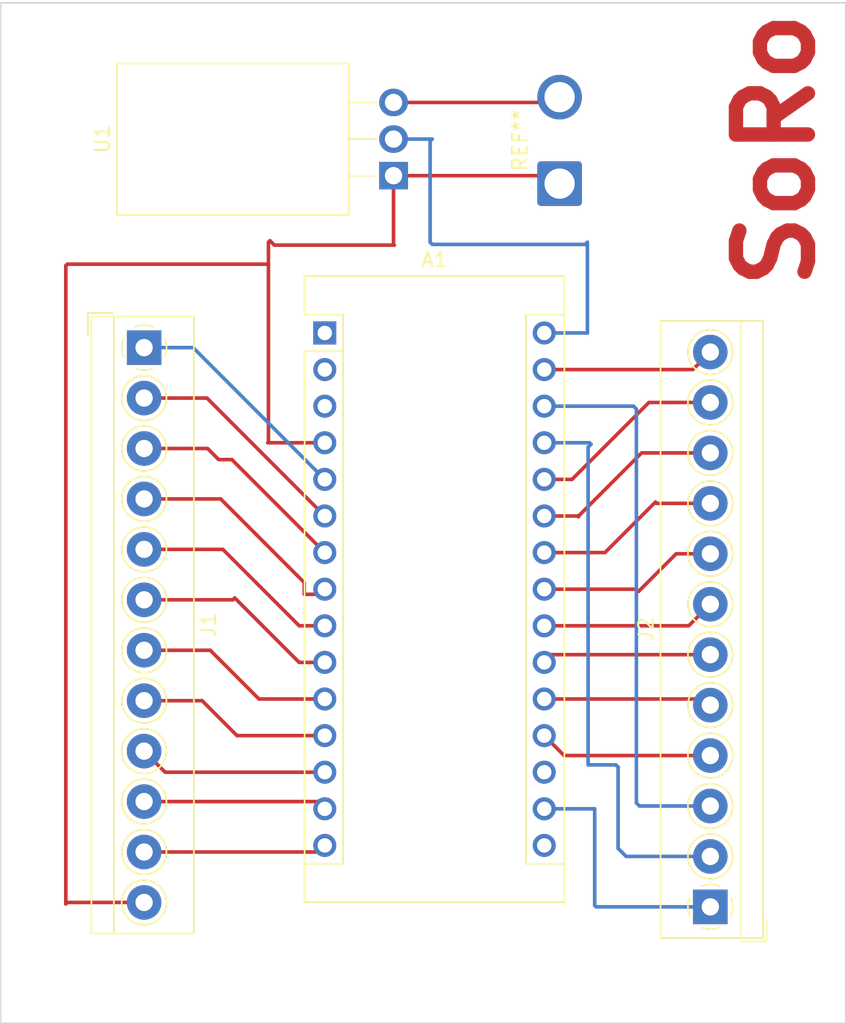
<source format=kicad_pcb>
(kicad_pcb (version 20211014) (generator pcbnew)
  (layers (0 "F.Cu" signal) (31 "B.Cu" signal) (34 "B.Paste" user) (35 "F.Paste" user) (36 "B.SilkS" user "B.Silkscreen") (37 "F.SilkS" user "F.Silkscreen") (38 "B.Mask" user) (39 "F.Mask" user) (44 "Edge.Cuts" user))
  (net 0 "")
  (net 4 "GND")
  (net 5 "Net-(A1-Pad5)")
  (net 6 "Net-(A1-Pad6)")
  (net 7 "Net-(A1-Pad7)")
  (net 8 "Net-(A1-Pad8)")
  (net 9 "Net-(A1-Pad9)")
  (net 10 "Net-(A1-Pad10)")
  (net 11 "Net-(A1-Pad11)")
  (net 12 "Net-(A1-Pad12)")
  (net 13 "Net-(A1-Pad13)")
  (net 14 "Net-(A1-Pad14)")
  (net 15 "Net-(A1-Pad15)")
  (net 17 "Net-(A1-Pad17)")
  (net 19 "Net-(A1-Pad19)")
  (net 20 "Net-(A1-Pad20)")
  (net 21 "Net-(A1-Pad21)")
  (net 22 "Net-(A1-Pad22)")
  (net 23 "Net-(A1-Pad23)")
  (net 24 "Net-(A1-Pad24)")
  (net 25 "Net-(A1-Pad25)")
  (net 26 "Net-(A1-Pad26)")
  (net 27 "Net-(A1-Pad27)")
  (net 28 "Net-(A1-Pad28)")
  (net 29 "Net-(A1-Pad29)")
  (net 30 "Net-(A1-Pad30)")
  (net 31 "+BATT")
  (footprint "Module:Arduino_Nano" (layer "F.Cu") (at 157.0736 75.0824)
    (fp_text reference "A1" (at 7.62 -5.08) (layer "F.SilkS"))
    (fp_text value "Arduino_Nano_v3.x" hide)
    (fp_line (start -1.4 -3.94) (end -1.4 -1.27) (layer "F.SilkS") (width 0.12))
    (fp_line (start -1.4 1.27) (end -1.4 39.5) (layer "F.SilkS") (width 0.12))
    (fp_line (start 13.97 -1.27) (end 16.64 -1.27) (layer "F.SilkS") (width 0.12))
    (fp_line (start 16.64 -3.94) (end -1.4 -3.94) (layer "F.SilkS") (width 0.12))
    (fp_line (start 16.64 39.5) (end 16.64 -3.94) (layer "F.SilkS") (width 0.12))
    (fp_line (start 13.97 36.83) (end 16.64 36.83) (layer "F.SilkS") (width 0.12))
    (fp_line (start 1.27 1.27) (end 1.27 36.83) (layer "F.SilkS") (width 0.12))
    (fp_line (start 1.27 -1.27) (end -1.4 -1.27) (layer "F.SilkS") (width 0.12))
    (fp_line (start -1.4 39.5) (end 16.64 39.5) (layer "F.SilkS") (width 0.12))
    (fp_line (start 1.27 1.27) (end -1.4 1.27) (layer "F.SilkS") (width 0.12))
    (fp_line (start 1.27 36.83) (end -1.4 36.83) (layer "F.SilkS") (width 0.12))
    (fp_line (start 1.27 1.27) (end 1.27 -1.27) (layer "F.SilkS") (width 0.12))
    (fp_line (start 13.97 -1.27) (end 13.97 36.83) (layer "F.SilkS") (width 0.12))
    (pad "1" thru_hole rect (at 0 0) (size 1.6 1.6) (drill 1) (layers *.Cu *.Mask))
    (pad "2" thru_hole oval (at 0 2.54) (size 1.6 1.6) (drill 1) (layers *.Cu *.Mask))
    (pad "3" thru_hole oval (at 0 5.08) (size 1.6 1.6) (drill 1) (layers *.Cu *.Mask))
    (pad "4" thru_hole oval (at 0 7.62) (size 1.6 1.6) (drill 1) (layers *.Cu *.Mask) (net 4 "GND"))
    (pad "5" thru_hole oval (at 0 10.16) (size 1.6 1.6) (drill 1) (layers *.Cu *.Mask) (net 5 "Net-(A1-Pad5)"))
    (pad "6" thru_hole oval (at 0 12.7) (size 1.6 1.6) (drill 1) (layers *.Cu *.Mask) (net 6 "Net-(A1-Pad6)"))
    (pad "7" thru_hole oval (at 0 15.24) (size 1.6 1.6) (drill 1) (layers *.Cu *.Mask) (net 7 "Net-(A1-Pad7)"))
    (pad "8" thru_hole oval (at 0 17.78) (size 1.6 1.6) (drill 1) (layers *.Cu *.Mask) (net 8 "Net-(A1-Pad8)"))
    (pad "9" thru_hole oval (at 0 20.32) (size 1.6 1.6) (drill 1) (layers *.Cu *.Mask) (net 9 "Net-(A1-Pad9)"))
    (pad "10" thru_hole oval (at 0 22.86) (size 1.6 1.6) (drill 1) (layers *.Cu *.Mask) (net 10 "Net-(A1-Pad10)"))
    (pad "11" thru_hole oval (at 0 25.4) (size 1.6 1.6) (drill 1) (layers *.Cu *.Mask) (net 11 "Net-(A1-Pad11)"))
    (pad "12" thru_hole oval (at 0 27.94) (size 1.6 1.6) (drill 1) (layers *.Cu *.Mask) (net 12 "Net-(A1-Pad12)"))
    (pad "13" thru_hole oval (at 0 30.48) (size 1.6 1.6) (drill 1) (layers *.Cu *.Mask) (net 13 "Net-(A1-Pad13)"))
    (pad "14" thru_hole oval (at 0 33.02) (size 1.6 1.6) (drill 1) (layers *.Cu *.Mask) (net 14 "Net-(A1-Pad14)"))
    (pad "15" thru_hole oval (at 0 35.56) (size 1.6 1.6) (drill 1) (layers *.Cu *.Mask) (net 15 "Net-(A1-Pad15)"))
    (pad "16" thru_hole oval (at 15.24 35.56) (size 1.6 1.6) (drill 1) (layers *.Cu *.Mask))
    (pad "17" thru_hole oval (at 15.24 33.02) (size 1.6 1.6) (drill 1) (layers *.Cu *.Mask) (net 17 "Net-(A1-Pad17)"))
    (pad "18" thru_hole oval (at 15.24 30.48) (size 1.6 1.6) (drill 1) (layers *.Cu *.Mask))
    (pad "19" thru_hole oval (at 15.24 27.94) (size 1.6 1.6) (drill 1) (layers *.Cu *.Mask) (net 19 "Net-(A1-Pad19)"))
    (pad "20" thru_hole oval (at 15.24 25.4) (size 1.6 1.6) (drill 1) (layers *.Cu *.Mask) (net 20 "Net-(A1-Pad20)"))
    (pad "21" thru_hole oval (at 15.24 22.86) (size 1.6 1.6) (drill 1) (layers *.Cu *.Mask) (net 21 "Net-(A1-Pad21)"))
    (pad "22" thru_hole oval (at 15.24 20.32) (size 1.6 1.6) (drill 1) (layers *.Cu *.Mask) (net 22 "Net-(A1-Pad22)"))
    (pad "23" thru_hole oval (at 15.24 17.78) (size 1.6 1.6) (drill 1) (layers *.Cu *.Mask) (net 23 "Net-(A1-Pad23)"))
    (pad "24" thru_hole oval (at 15.24 15.24) (size 1.6 1.6) (drill 1) (layers *.Cu *.Mask) (net 24 "Net-(A1-Pad24)"))
    (pad "25" thru_hole oval (at 15.24 12.7) (size 1.6 1.6) (drill 1) (layers *.Cu *.Mask) (net 25 "Net-(A1-Pad25)"))
    (pad "26" thru_hole oval (at 15.24 10.16) (size 1.6 1.6) (drill 1) (layers *.Cu *.Mask) (net 26 "Net-(A1-Pad26)"))
    (pad "27" thru_hole oval (at 15.24 7.62) (size 1.6 1.6) (drill 1) (layers *.Cu *.Mask) (net 27 "Net-(A1-Pad27)"))
    (pad "28" thru_hole oval (at 15.24 5.08) (size 1.6 1.6) (drill 1) (layers *.Cu *.Mask) (net 28 "Net-(A1-Pad28)"))
    (pad "29" thru_hole oval (at 15.24 2.54) (size 1.6 1.6) (drill 1) (layers *.Cu *.Mask) (net 29 "Net-(A1-Pad29)"))
    (pad "30" thru_hole oval (at 15.24 0) (size 1.6 1.6) (drill 1) (layers *.Cu *.Mask) (net 30 "Net-(A1-Pad30)"))
  )
  (footprint "TerminalBlock_4Ucon:TerminalBlock_4Ucon_1x12_P3.50mm_Horizontal" (layer "F.Cu") (at 144.526 76.1 -90)
    (fp_text reference "J1" (at 19.25 -4.46 90) (layer "F.SilkS"))
    (fp_text value "Screw_Terminal_01x12" hide)
    (fp_line (start 40.66 -3.46) (end 40.66 3.66) (layer "F.SilkS") (width 0.12))
    (fp_line (start -2.16 -3.46) (end -2.16 3.66) (layer "F.SilkS") (width 0.12))
    (fp_line (start -2.16 -3.46) (end 40.66 -3.46) (layer "F.SilkS") (width 0.12))
    (fp_line (start -2.4 2.16) (end -2.4 3.9) (layer "F.SilkS") (width 0.12))
    (fp_line (start -2.4 3.9) (end -0.9 3.9) (layer "F.SilkS") (width 0.12))
    (fp_line (start -2.16 3.66) (end 40.66 3.66) (layer "F.SilkS") (width 0.12))
    (fp_line (start -2.16 2.1) (end 40.66 2.1) (layer "F.SilkS") (width 0.12))
    (fp_arc (start 0.607587 1.431385) (mid 0.310017 1.523783) (end 0 1.555) (layer "F.SilkS") (width 0.12))
    (fp_arc (start 1.432109 -0.607742) (mid 1.555727 0.00014) (end 1.432 0.608) (layer "F.SilkS") (width 0.12))
    (fp_arc (start -1.432109 0.607742) (mid -1.555727 -0.00014) (end -1.432 -0.608) (layer "F.SilkS") (width 0.12))
    (fp_arc (start -0.607742 -1.432109) (mid 0.00014 -1.555727) (end 0.608 -1.432) (layer "F.SilkS") (width 0.12))
    (fp_arc (start 0.027011 1.555493) (mid -0.296984 1.527118) (end -0.608 1.432) (layer "F.SilkS") (width 0.12))
    (fp_circle (center 17.5 0) (end 19.055 0) (layer "F.SilkS") (width 0.12) (fill none))
    (fp_circle (center 3.5 0) (end 5.055 0) (layer "F.SilkS") (width 0.12) (fill none))
    (fp_circle (center 21 0) (end 22.555 0) (layer "F.SilkS") (width 0.12) (fill none))
    (fp_circle (center 14 0) (end 15.555 0) (layer "F.SilkS") (width 0.12) (fill none))
    (fp_circle (center 10.5 0) (end 12.055 0) (layer "F.SilkS") (width 0.12) (fill none))
    (fp_circle (center 38.5 0) (end 40.055 0) (layer "F.SilkS") (width 0.12) (fill none))
    (fp_circle (center 24.5 0) (end 26.055 0) (layer "F.SilkS") (width 0.12) (fill none))
    (fp_circle (center 7 0) (end 8.555 0) (layer "F.SilkS") (width 0.12) (fill none))
    (fp_circle (center 35 0) (end 36.555 0) (layer "F.SilkS") (width 0.12) (fill none))
    (fp_circle (center 28 0) (end 29.555 0) (layer "F.SilkS") (width 0.12) (fill none))
    (fp_circle (center 31.5 0) (end 33.055 0) (layer "F.SilkS") (width 0.12) (fill none))
    (pad "1" thru_hole rect (at 0 0 270) (size 2.4 2.4) (drill 1.2) (layers *.Cu *.Mask) (net 5 "Net-(A1-Pad5)"))
    (pad "2" thru_hole circle (at 3.5 0 270) (size 2.4 2.4) (drill 1.2) (layers *.Cu *.Mask) (net 6 "Net-(A1-Pad6)"))
    (pad "3" thru_hole circle (at 7 0 270) (size 2.4 2.4) (drill 1.2) (layers *.Cu *.Mask) (net 7 "Net-(A1-Pad7)"))
    (pad "4" thru_hole circle (at 10.5 0 270) (size 2.4 2.4) (drill 1.2) (layers *.Cu *.Mask) (net 8 "Net-(A1-Pad8)"))
    (pad "5" thru_hole circle (at 14 0 270) (size 2.4 2.4) (drill 1.2) (layers *.Cu *.Mask) (net 9 "Net-(A1-Pad9)"))
    (pad "6" thru_hole circle (at 17.5 0 270) (size 2.4 2.4) (drill 1.2) (layers *.Cu *.Mask) (net 10 "Net-(A1-Pad10)"))
    (pad "7" thru_hole circle (at 21 0 270) (size 2.4 2.4) (drill 1.2) (layers *.Cu *.Mask) (net 11 "Net-(A1-Pad11)"))
    (pad "8" thru_hole circle (at 24.5 0 270) (size 2.4 2.4) (drill 1.2) (layers *.Cu *.Mask) (net 12 "Net-(A1-Pad12)"))
    (pad "9" thru_hole circle (at 28 0 270) (size 2.4 2.4) (drill 1.2) (layers *.Cu *.Mask) (net 13 "Net-(A1-Pad13)"))
    (pad "10" thru_hole circle (at 31.5 0 270) (size 2.4 2.4) (drill 1.2) (layers *.Cu *.Mask) (net 14 "Net-(A1-Pad14)"))
    (pad "11" thru_hole circle (at 35 0 270) (size 2.4 2.4) (drill 1.2) (layers *.Cu *.Mask) (net 15 "Net-(A1-Pad15)"))
    (pad "12" thru_hole circle (at 38.5 0 270) (size 2.4 2.4) (drill 1.2) (layers *.Cu *.Mask) (net 4 "GND"))
  )
  (footprint "TerminalBlock_4Ucon:TerminalBlock_4Ucon_1x12_P3.50mm_Horizontal" (layer "F.Cu") (at 183.8468 114.9064 90)
    (fp_text reference "J2" (at 19.25 -4.46 90) (layer "F.SilkS"))
    (fp_text value "Screw_Terminal_01x12" hide)
    (fp_line (start -2.16 -3.46) (end -2.16 3.66) (layer "F.SilkS") (width 0.12))
    (fp_line (start -2.16 -3.46) (end 40.66 -3.46) (layer "F.SilkS") (width 0.12))
    (fp_line (start -2.16 3.66) (end 40.66 3.66) (layer "F.SilkS") (width 0.12))
    (fp_line (start -2.4 2.16) (end -2.4 3.9) (layer "F.SilkS") (width 0.12))
    (fp_line (start -2.16 2.1) (end 40.66 2.1) (layer "F.SilkS") (width 0.12))
    (fp_line (start 40.66 -3.46) (end 40.66 3.66) (layer "F.SilkS") (width 0.12))
    (fp_line (start -2.4 3.9) (end -0.9 3.9) (layer "F.SilkS") (width 0.12))
    (fp_arc (start 1.432109 -0.607742) (mid 1.555727 0.00014) (end 1.432 0.608) (layer "F.SilkS") (width 0.12))
    (fp_arc (start -0.607742 -1.432109) (mid 0.00014 -1.555727) (end 0.608 -1.432) (layer "F.SilkS") (width 0.12))
    (fp_arc (start -1.432109 0.607742) (mid -1.555727 -0.00014) (end -1.432 -0.608) (layer "F.SilkS") (width 0.12))
    (fp_arc (start 0.607587 1.431385) (mid 0.310017 1.523783) (end 0 1.555) (layer "F.SilkS") (width 0.12))
    (fp_arc (start 0.027011 1.555493) (mid -0.296984 1.527118) (end -0.608 1.432) (layer "F.SilkS") (width 0.12))
    (fp_circle (center 17.5 0) (end 19.055 0) (layer "F.SilkS") (width 0.12) (fill none))
    (fp_circle (center 35 0) (end 36.555 0) (layer "F.SilkS") (width 0.12) (fill none))
    (fp_circle (center 24.5 0) (end 26.055 0) (layer "F.SilkS") (width 0.12) (fill none))
    (fp_circle (center 7 0) (end 8.555 0) (layer "F.SilkS") (width 0.12) (fill none))
    (fp_circle (center 14 0) (end 15.555 0) (layer "F.SilkS") (width 0.12) (fill none))
    (fp_circle (center 21 0) (end 22.555 0) (layer "F.SilkS") (width 0.12) (fill none))
    (fp_circle (center 28 0) (end 29.555 0) (layer "F.SilkS") (width 0.12) (fill none))
    (fp_circle (center 38.5 0) (end 40.055 0) (layer "F.SilkS") (width 0.12) (fill none))
    (fp_circle (center 10.5 0) (end 12.055 0) (layer "F.SilkS") (width 0.12) (fill none))
    (fp_circle (center 31.5 0) (end 33.055 0) (layer "F.SilkS") (width 0.12) (fill none))
    (fp_circle (center 3.5 0) (end 5.055 0) (layer "F.SilkS") (width 0.12) (fill none))
    (pad "1" thru_hole rect (at 0 0 90) (size 2.4 2.4) (drill 1.2) (layers *.Cu *.Mask) (net 17 "Net-(A1-Pad17)"))
    (pad "2" thru_hole circle (at 3.5 0 90) (size 2.4 2.4) (drill 1.2) (layers *.Cu *.Mask) (net 27 "Net-(A1-Pad27)"))
    (pad "3" thru_hole circle (at 7 0 90) (size 2.4 2.4) (drill 1.2) (layers *.Cu *.Mask) (net 28 "Net-(A1-Pad28)"))
    (pad "4" thru_hole circle (at 10.5 0 90) (size 2.4 2.4) (drill 1.2) (layers *.Cu *.Mask) (net 19 "Net-(A1-Pad19)"))
    (pad "5" thru_hole circle (at 14 0 90) (size 2.4 2.4) (drill 1.2) (layers *.Cu *.Mask) (net 20 "Net-(A1-Pad20)"))
    (pad "6" thru_hole circle (at 17.5 0 90) (size 2.4 2.4) (drill 1.2) (layers *.Cu *.Mask) (net 21 "Net-(A1-Pad21)"))
    (pad "7" thru_hole circle (at 21 0 90) (size 2.4 2.4) (drill 1.2) (layers *.Cu *.Mask) (net 22 "Net-(A1-Pad22)"))
    (pad "8" thru_hole circle (at 24.5 0 90) (size 2.4 2.4) (drill 1.2) (layers *.Cu *.Mask) (net 23 "Net-(A1-Pad23)"))
    (pad "9" thru_hole circle (at 28 0 90) (size 2.4 2.4) (drill 1.2) (layers *.Cu *.Mask) (net 24 "Net-(A1-Pad24)"))
    (pad "10" thru_hole circle (at 31.5 0 90) (size 2.4 2.4) (drill 1.2) (layers *.Cu *.Mask) (net 25 "Net-(A1-Pad25)"))
    (pad "11" thru_hole circle (at 35 0 90) (size 2.4 2.4) (drill 1.2) (layers *.Cu *.Mask) (net 26 "Net-(A1-Pad26)"))
    (pad "12" thru_hole circle (at 38.5 0 90) (size 2.4 2.4) (drill 1.2) (layers *.Cu *.Mask) (net 29 "Net-(A1-Pad29)"))
  )
  (footprint "Package_TO_SOT_THT:TO-220F-3_Horizontal_TabDown" (layer "F.Cu") (at 161.8488 64.168 90)
    (fp_text reference "U1" (at 2.54 -20.22 90) (layer "F.SilkS"))
    (fp_text value "LM1084-5.0" hide)
    (fp_line (start 7.79 -19.22) (end 7.79 -3.11) (layer "F.SilkS") (width 0.12))
    (fp_line (start -2.71 -19.22) (end -2.71 -3.11) (layer "F.SilkS") (width 0.12))
    (fp_line (start 2.54 -3.11) (end 2.54 -1.15) (layer "F.SilkS") (width 0.12))
    (fp_line (start 5.08 -3.11) (end 5.08 -1.15) (layer "F.SilkS") (width 0.12))
    (fp_line (start -2.71 -3.11) (end 7.79 -3.11) (layer "F.SilkS") (width 0.12))
    (fp_line (start 0 -3.11) (end 0 -1.15) (layer "F.SilkS") (width 0.12))
    (fp_line (start -2.71 -19.22) (end 7.79 -19.22) (layer "F.SilkS") (width 0.12))
    (pad "" np_thru_hole oval (at 2.54 -15.8 90) (size 3.5 3.5) (drill 3.5) (layers *.Cu *.Mask))
    (pad "1" thru_hole rect (at 0 0 90) (size 1.905 2) (drill 1.2) (layers *.Cu *.Mask) (net 4 "GND"))
    (pad "2" thru_hole oval (at 2.54 0 90) (size 1.905 2) (drill 1.2) (layers *.Cu *.Mask) (net 30 "Net-(A1-Pad30)"))
    (pad "3" thru_hole oval (at 5.08 0 90) (size 1.905 2) (drill 1.2) (layers *.Cu *.Mask) (net 31 "+BATT"))
  )
  (footprint "Connector_Wire:SolderWire-1.5sqmm_1x02_P6mm_D1.7mm_OD3mm" (layer "F.Cu") (at 173.3804 64.7192 90)
    (fp_text reference "REF**" (at 3 -2.75 90) (layer "F.SilkS"))
    (fp_text value "SolderWire-1.5sqmm_1x02_P6mm_D1.7mm_OD3mm" hide)
    (pad "1" thru_hole roundrect (at 0 0 90) (size 3.1 3.1) (drill 2.1) (layers *.Cu *.Mask) (roundrect_rratio 0.08064483871) (net 4 "GND"))
    (pad "2" thru_hole circle (at 6 0 90) (size 3.1 3.1) (drill 2.1) (layers *.Cu *.Mask) (net 31 "+BATT"))
  )
  (gr_rect (start 193.2432 122.9868) (end 134.5692 52.1716) (layer "Edge.Cuts") (width 0.1) (fill none))
  (gr_text "SoRo" (at 188.3664 62.3824 90) (layer "F.Cu") (effects (font (size 5 5) (thickness 1))))
  (segment (start 161.8996 68.9864) (end 153.5684 68.9864) (width 0.25) (layer "F.Cu") (net 4))
  (segment (start 139.0904 114.7064) (end 139.0904 70.4088) (width 0.25) (layer "F.Cu") (net 4))
  (segment (start 153.5684 68.9864) (end 153.2636 68.6816) (width 0.25) (layer "F.Cu") (net 4))
  (segment (start 153.1112 82.7024) (end 157.0736 82.7024) (width 0.25) (layer "F.Cu") (net 4))
  (segment (start 153.162 82.6516) (end 153.1112 82.7024) (width 0.25) (layer "F.Cu") (net 4))
  (segment (start 172.8292 64.168) (end 173.3804 64.7192) (width 0.25) (layer "F.Cu") (net 4))
  (segment (start 153.162 68.7832) (end 153.162 70.4088) (width 0.25) (layer "F.Cu") (net 4))
  (segment (start 153.162 70.4088) (end 153.162 82.6516) (width 0.25) (layer "F.Cu") (net 4))
  (segment (start 161.8488 68.9356) (end 161.8996 68.9864) (width 0.25) (layer "F.Cu") (net 4))
  (segment (start 153.0604 70.3072) (end 153.162 70.4088) (width 0.25) (layer "F.Cu") (net 4))
  (segment (start 139.1968 114.6) (end 139.0904 114.7064) (width 0.25) (layer "F.Cu") (net 4))
  (segment (start 144.526 114.6) (end 139.1968 114.6) (width 0.25) (layer "F.Cu") (net 4))
  (segment (start 139.192 70.3072) (end 153.0604 70.3072) (width 0.25) (layer "F.Cu") (net 4))
  (segment (start 161.8488 64.168) (end 161.8488 68.9356) (width 0.25) (layer "F.Cu") (net 4))
  (segment (start 139.0904 70.4088) (end 139.192 70.3072) (width 0.25) (layer "F.Cu") (net 4))
  (segment (start 153.2636 68.6816) (end 153.162 68.7832) (width 0.25) (layer "F.Cu") (net 4))
  (segment (start 161.8488 64.168) (end 172.8292 64.168) (width 0.25) (layer "F.Cu") (net 4))
  (segment (start 147.9312 76.1) (end 157.0736 85.2424) (width 0.25) (layer "B.Cu") (net 5))
  (segment (start 144.526 76.1) (end 147.9312 76.1) (width 0.25) (layer "B.Cu") (net 5))
  (segment (start 148.8912 79.6) (end 157.0736 87.7824) (width 0.25) (layer "F.Cu") (net 6))
  (segment (start 144.526 79.6) (end 148.8912 79.6) (width 0.25) (layer "F.Cu") (net 6))
  (segment (start 149.7076 83.8708) (end 148.9368 83.1) (width 0.25) (layer "F.Cu") (net 7))
  (segment (start 150.622 83.8708) (end 149.7076 83.8708) (width 0.25) (layer "F.Cu") (net 7))
  (segment (start 157.0736 90.3224) (end 150.622 83.8708) (width 0.25) (layer "F.Cu") (net 7))
  (segment (start 148.9368 83.1) (end 144.526 83.1) (width 0.25) (layer "F.Cu") (net 7))
  (segment (start 155.6512 93.218) (end 156.718 93.218) (width 0.25) (layer "F.Cu") (net 8))
  (segment (start 144.526 86.6) (end 149.846 86.6) (width 0.25) (layer "F.Cu") (net 8))
  (segment (start 155.6512 92.4052) (end 155.6512 93.218) (width 0.25) (layer "F.Cu") (net 8))
  (segment (start 156.718 93.218) (end 157.0736 92.8624) (width 0.25) (layer "F.Cu") (net 8))
  (segment (start 149.846 86.6) (end 155.6512 92.4052) (width 0.25) (layer "F.Cu") (net 8))
  (segment (start 157.0736 95.4024) (end 155.2956 95.4024) (width 0.25) (layer "F.Cu") (net 9))
  (segment (start 149.9932 90.1) (end 144.526 90.1) (width 0.25) (layer "F.Cu") (net 9))
  (segment (start 155.2956 95.4024) (end 149.9932 90.1) (width 0.25) (layer "F.Cu") (net 9))
  (segment (start 144.526 93.6) (end 150.6972 93.6) (width 0.25) (layer "F.Cu") (net 10))
  (segment (start 155.2956 97.9424) (end 157.0736 97.9424) (width 0.25) (layer "F.Cu") (net 10))
  (segment (start 150.8252 93.472) (end 155.2956 97.9424) (width 0.25) (layer "F.Cu") (net 10))
  (segment (start 150.6972 93.6) (end 150.8252 93.472) (width 0.25) (layer "F.Cu") (net 10))
  (segment (start 152.5016 100.4824) (end 149.1192 97.1) (width 0.25) (layer "F.Cu") (net 11))
  (segment (start 157.0736 100.4824) (end 152.5016 100.4824) (width 0.25) (layer "F.Cu") (net 11))
  (segment (start 149.1192 97.1) (end 144.526 97.1) (width 0.25) (layer "F.Cu") (net 11))
  (segment (start 150.9776 103.0224) (end 157.0736 103.0224) (width 0.25) (layer "F.Cu") (net 12))
  (segment (start 144.526 100.6) (end 148.5552 100.6) (width 0.25) (layer "F.Cu") (net 12))
  (segment (start 148.5552 100.6) (end 150.9776 103.0224) (width 0.25) (layer "F.Cu") (net 12))
  (segment (start 145.9884 105.5624) (end 144.526 104.1) (width 0.25) (layer "F.Cu") (net 13))
  (segment (start 157.0736 105.5624) (end 145.9884 105.5624) (width 0.25) (layer "F.Cu") (net 13))
  (segment (start 156.5712 107.6) (end 157.0736 108.1024) (width 0.25) (layer "F.Cu") (net 14))
  (segment (start 144.526 107.6) (end 156.5712 107.6) (width 0.25) (layer "F.Cu") (net 14))
  (segment (start 144.526 111.1) (end 156.616 111.1) (width 0.25) (layer "F.Cu") (net 15))
  (segment (start 156.616 111.1) (end 157.0736 110.6424) (width 0.25) (layer "F.Cu") (net 15))
  (segment (start 175.8188 114.808) (end 175.8188 108.1024) (width 0.25) (layer "B.Cu") (net 17))
  (segment (start 183.8468 114.9064) (end 175.9172 114.9064) (width 0.25) (layer "B.Cu") (net 17))
  (segment (start 175.9172 114.9064) (end 175.8188 114.808) (width 0.25) (layer "B.Cu") (net 17))
  (segment (start 175.8188 108.1024) (end 172.3136 108.1024) (width 0.25) (layer "B.Cu") (net 17))
  (segment (start 173.6976 104.4064) (end 172.3136 103.0224) (width 0.25) (layer "F.Cu") (net 19))
  (segment (start 183.8468 104.4064) (end 173.6976 104.4064) (width 0.25) (layer "F.Cu") (net 19))
  (segment (start 183.4228 100.4824) (end 183.8468 100.9064) (width 0.25) (layer "F.Cu") (net 20))
  (segment (start 172.3136 100.4824) (end 183.4228 100.4824) (width 0.25) (layer "F.Cu") (net 20))
  (segment (start 183.8468 97.4064) (end 172.8496 97.4064) (width 0.25) (layer "F.Cu") (net 21))
  (segment (start 172.8496 97.4064) (end 172.3136 97.9424) (width 0.25) (layer "F.Cu") (net 21))
  (segment (start 182.3508 95.4024) (end 183.8468 93.9064) (width 0.25) (layer "F.Cu") (net 22))
  (segment (start 172.3136 95.4024) (end 182.3508 95.4024) (width 0.25) (layer "F.Cu") (net 22))
  (segment (start 181.4752 90.4064) (end 178.8668 93.0148) (width 0.25) (layer "F.Cu") (net 23))
  (segment (start 183.8468 90.4064) (end 181.4752 90.4064) (width 0.25) (layer "F.Cu") (net 23))
  (segment (start 178.7144 92.8624) (end 172.3136 92.8624) (width 0.25) (layer "F.Cu") (net 23))
  (segment (start 178.8668 93.0148) (end 178.7144 92.8624) (width 0.25) (layer "F.Cu") (net 23))
  (segment (start 180.1244 86.9064) (end 183.8468 86.9064) (width 0.25) (layer "F.Cu") (net 24))
  (segment (start 176.53 90.3224) (end 180.0352 86.8172) (width 0.25) (layer "F.Cu") (net 24))
  (segment (start 172.3136 90.3224) (end 176.53 90.3224) (width 0.25) (layer "F.Cu") (net 24))
  (segment (start 180.0352 86.8172) (end 180.1244 86.9064) (width 0.25) (layer "F.Cu") (net 24))
  (segment (start 174.6504 87.7824) (end 172.3136 87.7824) (width 0.25) (layer "F.Cu") (net 25))
  (segment (start 183.8468 83.4064) (end 179.0772 83.4064) (width 0.25) (layer "F.Cu") (net 25))
  (segment (start 179.0772 83.4064) (end 174.7012 87.7824) (width 0.25) (layer "F.Cu") (net 25))
  (segment (start 174.7012 87.8332) (end 174.6504 87.7824) (width 0.25) (layer "F.Cu") (net 25))
  (segment (start 174.7012 87.7824) (end 174.7012 87.8332) (width 0.25) (layer "F.Cu") (net 25))
  (segment (start 172.3136 85.2424) (end 174.244 85.2424) (width 0.25) (layer "F.Cu") (net 26))
  (segment (start 179.58 79.9064) (end 183.8468 79.9064) (width 0.25) (layer "F.Cu") (net 26))
  (segment (start 174.244 85.2424) (end 179.58 79.9064) (width 0.25) (layer "F.Cu") (net 26))
  (segment (start 178.0052 111.4064) (end 177.4444 110.8456) (width 0.25) (layer "B.Cu") (net 27))
  (segment (start 177.4444 110.8456) (end 177.4444 105.2068) (width 0.25) (layer "B.Cu") (net 27))
  (segment (start 175.3616 83.0072) (end 175.5648 82.804) (width 0.25) (layer "B.Cu") (net 27))
  (segment (start 175.3616 105.0544) (end 175.3616 83.0072) (width 0.25) (layer "B.Cu") (net 27))
  (segment (start 175.5648 82.804) (end 175.4632 82.7024) (width 0.25) (layer "B.Cu") (net 27))
  (segment (start 183.8468 111.4064) (end 178.0052 111.4064) (width 0.25) (layer "B.Cu") (net 27))
  (segment (start 175.4632 82.7024) (end 172.3136 82.7024) (width 0.25) (layer "B.Cu") (net 27))
  (segment (start 177.292 105.0544) (end 175.3616 105.0544) (width 0.25) (layer "B.Cu") (net 27))
  (segment (start 177.4444 105.2068) (end 177.292 105.0544) (width 0.25) (layer "B.Cu") (net 27))
  (segment (start 178.7144 80.3656) (end 178.5112 80.1624) (width 0.25) (layer "B.Cu") (net 28))
  (segment (start 178.5112 80.1624) (end 172.3136 80.1624) (width 0.25) (layer "B.Cu") (net 28))
  (segment (start 178.7144 107.696) (end 178.7144 80.3656) (width 0.25) (layer "B.Cu") (net 28))
  (segment (start 178.9248 107.9064) (end 178.7144 107.696) (width 0.25) (layer "B.Cu") (net 28))
  (segment (start 183.8468 107.9064) (end 178.9248 107.9064) (width 0.25) (layer "B.Cu") (net 28))
  (segment (start 182.6308 77.6224) (end 183.8468 76.4064) (width 0.25) (layer "F.Cu") (net 29))
  (segment (start 172.3136 77.6224) (end 182.6308 77.6224) (width 0.25) (layer "F.Cu") (net 29))
  (segment (start 164.5336 61.628) (end 161.8488 61.628) (width 0.25) (layer "B.Cu") (net 30))
  (segment (start 164.5412 68.9356) (end 164.3888 68.7832) (width 0.25) (layer "B.Cu") (net 30))
  (segment (start 164.3888 61.7728) (end 164.5336 61.628) (width 0.25) (layer "B.Cu") (net 30))
  (segment (start 172.3136 75.0824) (end 175.3108 75.0824) (width 0.25) (layer "B.Cu") (net 30))
  (segment (start 164.3888 68.7832) (end 164.3888 61.7728) (width 0.25) (layer "B.Cu") (net 30))
  (segment (start 175.3108 75.0824) (end 175.3108 68.7832) (width 0.25) (layer "B.Cu") (net 30))
  (segment (start 175.1584 68.9356) (end 164.5412 68.9356) (width 0.25) (layer "B.Cu") (net 30))
  (segment (start 175.3108 68.7832) (end 175.1584 68.9356) (width 0.25) (layer "B.Cu") (net 30))
  (segment (start 161.8488 59.088) (end 173.0116 59.088) (width 0.25) (layer "F.Cu") (net 31))
  (segment (start 173.0116 59.088) (end 173.3804 58.7192) (width 0.25) (layer "F.Cu") (net 31))
)
</source>
